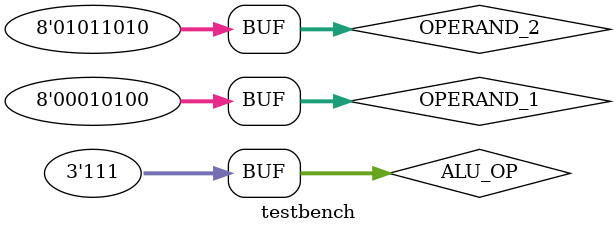
<source format=v>
/*
    CO 224 : Lab 05 Part1
    testbech for ALU module
    E/16/069
*/
module testbench;

    reg [7:0] OPERAND_1, OPERAND_2;
    reg [2:0] ALU_OP;
    wire [7:0] ALU_RESULT;

    alu myalu(OPERAND_1, OPERAND_2, ALU_RESULT, ALU_OP);

    initial
    begin
        $monitor($time, " OPERAND_1: %8b , OPERAND_2: %8b , ALU_RESULT: %8b , ALU_OP: %3b ", OPERAND_1, OPERAND_2,  ALU_RESULT, ALU_OP);
        $dumpfile("wavedata.vcd");
        $dumpvars(0, testbench);
    end

    initial
    begin

        // test "add" aluOp
        ALU_OP = 3'b001;
        OPERAND_1 = 8'b00001001;    
        OPERAND_2 = 8'b00010011 ;    
        //expected Result : 00011100  

        #10
        // test "load, mov" aluOp
        ALU_OP = 3'b000;
        //expected Result : 00010011  

        #10
        // test "AND" aluOp
        ALU_OP = 3'b010;
        OPERAND_1 = 8'b00010100;    
        OPERAND_2 = 8'b01011010;
        // expected Result : 00010000 

        #10
        // test "OR" aluOp
        ALU_OP = 3'b011;
        OPERAND_1 = 8'b00010100;    
        OPERAND_2 = 8'b01011010;
        // expected Result : 01011110 

        #10
        // test an unsused bit combination of aluOp
        ALU_OP = 3'b111;
        // expected Result : xxxxxxxx 

    end
endmodule

</source>
